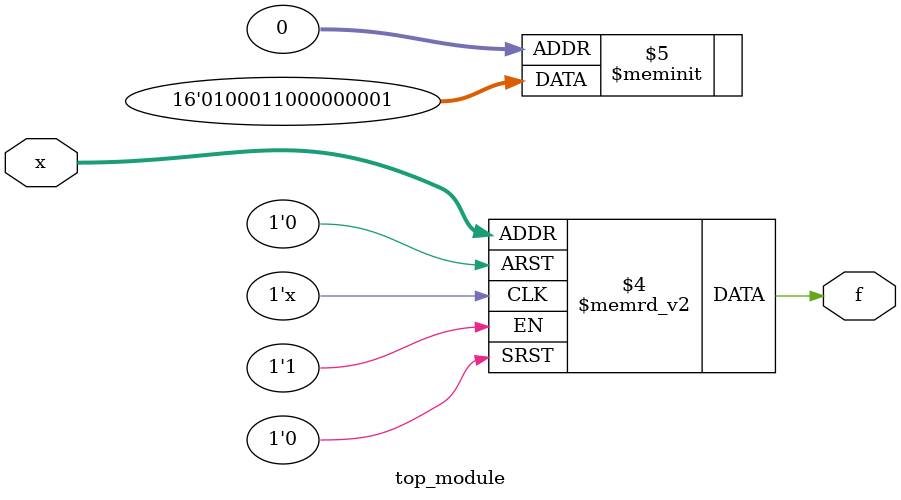
<source format=sv>
module top_module (
    input [4:1] x,
    output logic f
);

always_comb begin
    case (x)
        4'b0000, 4'b1001, 4'b1010, 4'b1110: f = 1'b1; // Represent the 1 cells in the Karnaugh map
        4'b0001, 4'b0010, 4'b0011, 4'b0100, 4'b0101, 4'b0110, 4'b0111, 4'b1000, 4'b1011, 4'b1101, 4'b1111: f = 1'b0;
        default: f = 1'b0;
    endcase
end

endmodule

</source>
